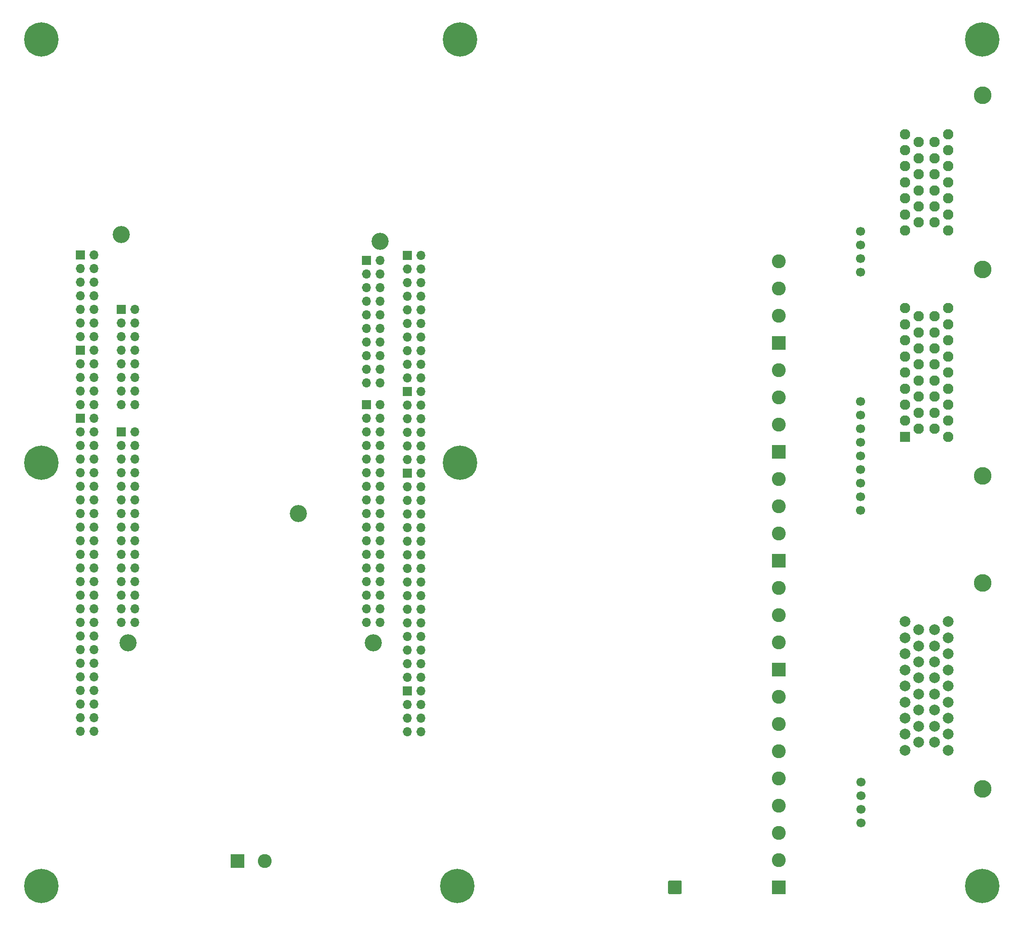
<source format=gbs>
G04 #@! TF.GenerationSoftware,KiCad,Pcbnew,7.0.8-7.0.8~ubuntu22.04.1*
G04 #@! TF.CreationDate,2023-10-30T16:44:50+00:00*
G04 #@! TF.ProjectId,digital_inputs,64696769-7461-46c5-9f69-6e707574732e,rev?*
G04 #@! TF.SameCoordinates,PX791ddc0PYca2dd00*
G04 #@! TF.FileFunction,Soldermask,Bot*
G04 #@! TF.FilePolarity,Negative*
%FSLAX46Y46*%
G04 Gerber Fmt 4.6, Leading zero omitted, Abs format (unit mm)*
G04 Created by KiCad (PCBNEW 7.0.8-7.0.8~ubuntu22.04.1) date 2023-10-30 16:44:50*
%MOMM*%
%LPD*%
G01*
G04 APERTURE LIST*
%ADD10C,0.800000*%
%ADD11C,6.400000*%
%ADD12C,3.300000*%
%ADD13R,1.950000X1.950000*%
%ADD14C,1.950000*%
%ADD15R,1.700000X1.700000*%
%ADD16O,1.700000X1.700000*%
%ADD17R,2.600000X2.600000*%
%ADD18C,2.600000*%
%ADD19C,3.200000*%
%ADD20C,1.700000*%
%ADD21C,2.000000*%
G04 APERTURE END LIST*
D10*
G04 #@! TO.C,J12*
X78600000Y3500000D03*
X79302944Y5197056D03*
X79302944Y1802944D03*
X81000000Y5900000D03*
D11*
X81000000Y3500000D03*
D10*
X81000000Y1100000D03*
X82697056Y5197056D03*
X82697056Y1802944D03*
X83400000Y3500000D03*
G04 #@! TD*
D12*
G04 #@! TO.C,J19*
X179000000Y151050000D03*
X179000000Y118550000D03*
X179000000Y80050000D03*
D13*
X164500000Y87300000D03*
D14*
X164500000Y90300000D03*
X164500000Y93300000D03*
X164500000Y96300000D03*
X164500000Y99300000D03*
X164500000Y102300000D03*
X164500000Y105300000D03*
X164500000Y108300000D03*
X164500000Y111300000D03*
X167000000Y88800000D03*
X167000000Y91800000D03*
X167000000Y94800000D03*
X167000000Y97800000D03*
X167000000Y100800000D03*
X167000000Y103800000D03*
X167000000Y106800000D03*
X167000000Y109800000D03*
X170000000Y88800000D03*
X170000000Y91800000D03*
X170000000Y94800000D03*
X170000000Y97800000D03*
X170000000Y100800000D03*
X170000000Y103800000D03*
X170000000Y106800000D03*
X170000000Y109800000D03*
X172500000Y87300000D03*
X172500000Y90300000D03*
X172500000Y93300000D03*
X172500000Y96300000D03*
X172500000Y99300000D03*
X172500000Y102300000D03*
X172500000Y105300000D03*
X172500000Y108300000D03*
X172500000Y111300000D03*
X164500000Y125800000D03*
X164500000Y128800000D03*
X164500000Y131800000D03*
X164500000Y134800000D03*
X164500000Y137800000D03*
X164500000Y140800000D03*
X164500000Y143800000D03*
X167000000Y127300000D03*
X167000000Y130300000D03*
X167000000Y133300000D03*
X167000000Y136300000D03*
X167000000Y139300000D03*
X167000000Y142300000D03*
X170000000Y127300000D03*
X170000000Y130300000D03*
X170000000Y133300000D03*
X170000000Y136300000D03*
X170000000Y139300000D03*
X170000000Y142300000D03*
X172500000Y125800000D03*
X172500000Y128800000D03*
X172500000Y131800000D03*
X172500000Y134800000D03*
X172500000Y137800000D03*
X172500000Y140800000D03*
X172500000Y143800000D03*
G04 #@! TD*
D15*
G04 #@! TO.C,J23*
X64090000Y120184000D03*
D16*
X66630000Y120184000D03*
X64090000Y117644000D03*
X66630000Y117644000D03*
X64090000Y115104000D03*
X66630000Y115104000D03*
X64090000Y112564000D03*
X66630000Y112564000D03*
X64090000Y110024000D03*
X66630000Y110024000D03*
X64090000Y107484000D03*
X66630000Y107484000D03*
X64090000Y104944000D03*
X66630000Y104944000D03*
X64090000Y102404000D03*
X66630000Y102404000D03*
X64090000Y99864000D03*
X66630000Y99864000D03*
X64090000Y97324000D03*
X66630000Y97324000D03*
G04 #@! TD*
D15*
G04 #@! TO.C,J20*
X10750000Y90720000D03*
D16*
X13290000Y90720000D03*
X10750000Y88180000D03*
X13290000Y88180000D03*
X10750000Y85640000D03*
X13290000Y85640000D03*
X10750000Y83100000D03*
X13290000Y83100000D03*
X10750000Y80560000D03*
X13290000Y80560000D03*
X10750000Y78020000D03*
X13290000Y78020000D03*
X10750000Y75480000D03*
X13290000Y75480000D03*
X10750000Y72940000D03*
X13290000Y72940000D03*
X10750000Y70400000D03*
X13290000Y70400000D03*
X10750000Y67860000D03*
X13290000Y67860000D03*
X10750000Y65320000D03*
X13290000Y65320000D03*
X10750000Y62780000D03*
X13290000Y62780000D03*
X10750000Y60240000D03*
X13290000Y60240000D03*
X10750000Y57700000D03*
X13290000Y57700000D03*
X10750000Y55160000D03*
X13290000Y55160000D03*
X10750000Y52620000D03*
X13290000Y52620000D03*
X10750000Y50080000D03*
X13290000Y50080000D03*
X10750000Y47540000D03*
X13290000Y47540000D03*
X10750000Y45000000D03*
X13290000Y45000000D03*
X10750000Y42460000D03*
X13290000Y42460000D03*
X10750000Y39920000D03*
X13290000Y39920000D03*
X10750000Y37380000D03*
X13290000Y37380000D03*
X10750000Y34840000D03*
X13290000Y34840000D03*
X10750000Y32300000D03*
X13290000Y32300000D03*
G04 #@! TD*
D17*
G04 #@! TO.C,J6*
X140925000Y64180000D03*
D18*
X140925000Y69260000D03*
X140925000Y74340000D03*
X140925000Y79420000D03*
G04 #@! TD*
D19*
G04 #@! TO.C,H2*
X66630000Y123740000D03*
G04 #@! TD*
D17*
G04 #@! TO.C,J5*
X40005000Y8165000D03*
D18*
X45085000Y8165000D03*
G04 #@! TD*
D20*
G04 #@! TO.C,P12*
X156210000Y125640000D03*
G04 #@! TD*
G04 #@! TO.C,P2*
X156210000Y91350000D03*
G04 #@! TD*
D15*
G04 #@! TO.C,J22*
X18370000Y88180000D03*
D16*
X20910000Y88180000D03*
X18370000Y85640000D03*
X20910000Y85640000D03*
X18370000Y83100000D03*
X20910000Y83100000D03*
X18370000Y80560000D03*
X20910000Y80560000D03*
X18370000Y78020000D03*
X20910000Y78020000D03*
X18370000Y75480000D03*
X20910000Y75480000D03*
X18370000Y72940000D03*
X20910000Y72940000D03*
X18370000Y70400000D03*
X20910000Y70400000D03*
X18370000Y67860000D03*
X20910000Y67860000D03*
X18370000Y65320000D03*
X20910000Y65320000D03*
X18370000Y62780000D03*
X20910000Y62780000D03*
X18370000Y60240000D03*
X20910000Y60240000D03*
X18370000Y57700000D03*
X20910000Y57700000D03*
X18370000Y55160000D03*
X20910000Y55160000D03*
X18370000Y52620000D03*
X20910000Y52620000D03*
G04 #@! TD*
D20*
G04 #@! TO.C,P8*
X156210000Y81190000D03*
G04 #@! TD*
G04 #@! TO.C,P10*
X156210000Y76110000D03*
G04 #@! TD*
D15*
G04 #@! TO.C,J27*
X71710000Y80540000D03*
D16*
X74250000Y80540000D03*
X71710000Y78000000D03*
X74250000Y78000000D03*
X71710000Y75460000D03*
X74250000Y75460000D03*
X71710000Y72920000D03*
X74250000Y72920000D03*
X71710000Y70380000D03*
X74250000Y70380000D03*
X71710000Y67840000D03*
X74250000Y67840000D03*
X71710000Y65300000D03*
X74250000Y65300000D03*
X71710000Y62760000D03*
X74250000Y62760000D03*
X71710000Y60220000D03*
X74250000Y60220000D03*
X71710000Y57680000D03*
X74250000Y57680000D03*
X71710000Y55140000D03*
X74250000Y55140000D03*
X71710000Y52600000D03*
X74250000Y52600000D03*
X71710000Y50060000D03*
X74250000Y50060000D03*
X71710000Y47520000D03*
X74250000Y47520000D03*
X71710000Y44980000D03*
X74250000Y44980000D03*
X71710000Y42440000D03*
X74250000Y42440000D03*
G04 #@! TD*
D19*
G04 #@! TO.C,H5*
X65360000Y48810000D03*
G04 #@! TD*
D10*
G04 #@! TO.C,J10*
X79100000Y82500000D03*
X79802944Y84197056D03*
X79802944Y80802944D03*
X81500000Y84900000D03*
D11*
X81500000Y82500000D03*
D10*
X81500000Y80100000D03*
X83197056Y84197056D03*
X83197056Y80802944D03*
X83900000Y82500000D03*
G04 #@! TD*
D15*
G04 #@! TO.C,J21*
X18370000Y111040000D03*
D16*
X20910000Y111040000D03*
X18370000Y108500000D03*
X20910000Y108500000D03*
X18370000Y105960000D03*
X20910000Y105960000D03*
X18370000Y103420000D03*
X20910000Y103420000D03*
X18370000Y100880000D03*
X20910000Y100880000D03*
X18370000Y98340000D03*
X20910000Y98340000D03*
X18370000Y95800000D03*
X20910000Y95800000D03*
X18370000Y93260000D03*
X20910000Y93260000D03*
G04 #@! TD*
D17*
G04 #@! TO.C,J7*
X140925000Y84500000D03*
D18*
X140925000Y89580000D03*
X140925000Y94660000D03*
X140925000Y99740000D03*
G04 #@! TD*
D17*
G04 #@! TO.C,J8*
X140925000Y104820000D03*
D18*
X140925000Y109900000D03*
X140925000Y114980000D03*
X140925000Y120060000D03*
G04 #@! TD*
D17*
G04 #@! TO.C,J3*
X140925000Y3220000D03*
D18*
X140925000Y8300000D03*
X140925000Y13380000D03*
X140925000Y18460000D03*
X140925000Y23540000D03*
X140925000Y28620000D03*
X140925000Y33700000D03*
X140925000Y38780000D03*
G04 #@! TD*
D10*
G04 #@! TO.C,J16*
X176514214Y3500000D03*
X177217158Y5197056D03*
X177217158Y1802944D03*
X178914214Y5900000D03*
D11*
X178914214Y3500000D03*
D10*
X178914214Y1100000D03*
X180611270Y5197056D03*
X180611270Y1802944D03*
X181314214Y3500000D03*
G04 #@! TD*
D20*
G04 #@! TO.C,P13*
X156210000Y120560000D03*
G04 #@! TD*
G04 #@! TO.C,P11*
X156210000Y73570000D03*
G04 #@! TD*
D10*
G04 #@! TO.C,J11*
X176514214Y161500000D03*
X177217158Y163197056D03*
X177217158Y159802944D03*
X178914214Y163900000D03*
D11*
X178914214Y161500000D03*
D10*
X178914214Y159100000D03*
X180611270Y163197056D03*
X180611270Y159802944D03*
X181314214Y161500000D03*
G04 #@! TD*
D20*
G04 #@! TO.C,P9*
X156210000Y78650000D03*
G04 #@! TD*
G04 #@! TO.C,P1*
X156210000Y88810000D03*
G04 #@! TD*
G04 #@! TO.C,P15*
X156250000Y20320000D03*
G04 #@! TD*
D10*
G04 #@! TO.C,J13*
X1100000Y161500000D03*
X1802944Y163197056D03*
X1802944Y159802944D03*
X3500000Y163900000D03*
D11*
X3500000Y161500000D03*
D10*
X3500000Y159100000D03*
X5197056Y163197056D03*
X5197056Y159802944D03*
X5900000Y161500000D03*
G04 #@! TD*
D15*
G04 #@! TO.C,J18*
X10750000Y103420000D03*
D16*
X13290000Y103420000D03*
X10750000Y100880000D03*
X13290000Y100880000D03*
X10750000Y98340000D03*
X13290000Y98340000D03*
X10750000Y95800000D03*
X13290000Y95800000D03*
X10750000Y93260000D03*
X13290000Y93260000D03*
G04 #@! TD*
D20*
G04 #@! TO.C,P3*
X156210000Y93890000D03*
G04 #@! TD*
G04 #@! TO.C,P16*
X156250000Y17780000D03*
G04 #@! TD*
D10*
G04 #@! TO.C,J14*
X79100000Y161500000D03*
X79802944Y163197056D03*
X79802944Y159802944D03*
X81500000Y163900000D03*
D11*
X81500000Y161500000D03*
D10*
X81500000Y159100000D03*
X83197056Y163197056D03*
X83197056Y159802944D03*
X83900000Y161500000D03*
G04 #@! TD*
D15*
G04 #@! TO.C,J25*
X71710000Y121180000D03*
D16*
X74250000Y121180000D03*
X71710000Y118640000D03*
X74250000Y118640000D03*
X71710000Y116100000D03*
X74250000Y116100000D03*
X71710000Y113560000D03*
X74250000Y113560000D03*
X71710000Y111020000D03*
X74250000Y111020000D03*
X71710000Y108480000D03*
X74250000Y108480000D03*
X71710000Y105940000D03*
X74250000Y105940000D03*
X71710000Y103400000D03*
X74250000Y103400000D03*
X71710000Y100860000D03*
X74250000Y100860000D03*
X71710000Y98320000D03*
X74250000Y98320000D03*
G04 #@! TD*
D19*
G04 #@! TO.C,H3*
X51390000Y72940000D03*
G04 #@! TD*
D20*
G04 #@! TO.C,P17*
X156250000Y15240000D03*
G04 #@! TD*
G04 #@! TO.C,J4*
G36*
G01*
X120305000Y2194999D02*
X120305000Y4245001D01*
G75*
G02*
X120554999Y4495000I249999J0D01*
G01*
X122605001Y4495000D01*
G75*
G02*
X122855000Y4245001I0J-249999D01*
G01*
X122855000Y2194999D01*
G75*
G02*
X122605001Y1945000I-249999J0D01*
G01*
X120554999Y1945000D01*
G75*
G02*
X120305000Y2194999I0J249999D01*
G01*
G37*
G04 #@! TD*
D15*
G04 #@! TO.C,J28*
X71710000Y39900000D03*
D16*
X74250000Y39900000D03*
X71710000Y37360000D03*
X74250000Y37360000D03*
X71710000Y34820000D03*
X74250000Y34820000D03*
X71710000Y32280000D03*
X74250000Y32280000D03*
G04 #@! TD*
D15*
G04 #@! TO.C,J24*
X64090000Y93260000D03*
D16*
X66630000Y93260000D03*
X64090000Y90720000D03*
X66630000Y90720000D03*
X64090000Y88180000D03*
X66630000Y88180000D03*
X64090000Y85640000D03*
X66630000Y85640000D03*
X64090000Y83100000D03*
X66630000Y83100000D03*
X64090000Y80560000D03*
X66630000Y80560000D03*
X64090000Y78020000D03*
X66630000Y78020000D03*
X64090000Y75480000D03*
X66630000Y75480000D03*
X64090000Y72940000D03*
X66630000Y72940000D03*
X64090000Y70400000D03*
X66630000Y70400000D03*
X64090000Y67860000D03*
X66630000Y67860000D03*
X64090000Y65320000D03*
X66630000Y65320000D03*
X64090000Y62780000D03*
X66630000Y62780000D03*
X64090000Y60240000D03*
X66630000Y60240000D03*
X64090000Y57700000D03*
X66630000Y57700000D03*
X64090000Y55160000D03*
X66630000Y55160000D03*
X64090000Y52620000D03*
X66630000Y52620000D03*
G04 #@! TD*
D20*
G04 #@! TO.C,P6*
X156210000Y86270000D03*
G04 #@! TD*
D15*
G04 #@! TO.C,J2*
X10750000Y121200000D03*
D16*
X13290000Y121200000D03*
X10750000Y118660000D03*
X13290000Y118660000D03*
X10750000Y116120000D03*
X13290000Y116120000D03*
X10750000Y113580000D03*
X13290000Y113580000D03*
X10750000Y111040000D03*
X13290000Y111040000D03*
X10750000Y108500000D03*
X13290000Y108500000D03*
X10750000Y105960000D03*
X13290000Y105960000D03*
G04 #@! TD*
D19*
G04 #@! TO.C,H4*
X19640000Y48810000D03*
G04 #@! TD*
D20*
G04 #@! TO.C,P14*
X156250000Y22860000D03*
G04 #@! TD*
D10*
G04 #@! TO.C,J17*
X1100000Y3500000D03*
X1802944Y5197056D03*
X1802944Y1802944D03*
X3500000Y5900000D03*
D11*
X3500000Y3500000D03*
D10*
X3500000Y1100000D03*
X5197056Y5197056D03*
X5197056Y1802944D03*
X5900000Y3500000D03*
G04 #@! TD*
D15*
G04 #@! TO.C,J26*
X71710000Y95780000D03*
D16*
X74250000Y95780000D03*
X71710000Y93240000D03*
X74250000Y93240000D03*
X71710000Y90700000D03*
X74250000Y90700000D03*
X71710000Y88160000D03*
X74250000Y88160000D03*
X71710000Y85620000D03*
X74250000Y85620000D03*
X71710000Y83080000D03*
X74250000Y83080000D03*
G04 #@! TD*
D20*
G04 #@! TO.C,P4*
X156210000Y123100000D03*
G04 #@! TD*
D10*
G04 #@! TO.C,J15*
X1100000Y82500000D03*
X1802944Y84197056D03*
X1802944Y80802944D03*
X3500000Y84900000D03*
D11*
X3500000Y82500000D03*
D10*
X3500000Y80100000D03*
X5197056Y84197056D03*
X5197056Y80802944D03*
X5900000Y82500000D03*
G04 #@! TD*
D20*
G04 #@! TO.C,P5*
X156210000Y118020000D03*
G04 #@! TD*
D12*
G04 #@! TO.C,J1*
X179000000Y21550000D03*
X179000000Y60050000D03*
D21*
X164500000Y28800000D03*
X164500000Y31800000D03*
X164500000Y34800000D03*
X164500000Y37800000D03*
X164500000Y40800000D03*
X164500000Y43800000D03*
X164500000Y46800000D03*
X164500000Y49800000D03*
X164500000Y52800000D03*
X167000000Y30300000D03*
X167000000Y33300000D03*
X167000000Y36300000D03*
X167000000Y39300000D03*
X167000000Y42300000D03*
X167000000Y45300000D03*
X167000000Y48300000D03*
X167000000Y51300000D03*
X170000000Y30300000D03*
X170000000Y33300000D03*
X170000000Y36300000D03*
X170000000Y39300000D03*
X170000000Y42300000D03*
X170000000Y45300000D03*
X170000000Y48300000D03*
X170000000Y51300000D03*
X172500000Y28800000D03*
X172500000Y31800000D03*
X172500000Y34800000D03*
X172500000Y37800000D03*
X172500000Y40800000D03*
X172500000Y43800000D03*
X172500000Y46800000D03*
X172500000Y49800000D03*
X172500000Y52800000D03*
G04 #@! TD*
D20*
G04 #@! TO.C,P7*
X156210000Y83730000D03*
G04 #@! TD*
D17*
G04 #@! TO.C,J9*
X140925000Y43860000D03*
D18*
X140925000Y48940000D03*
X140925000Y54020000D03*
X140925000Y59100000D03*
G04 #@! TD*
D19*
G04 #@! TO.C,H1*
X18370000Y125010000D03*
G04 #@! TD*
M02*

</source>
